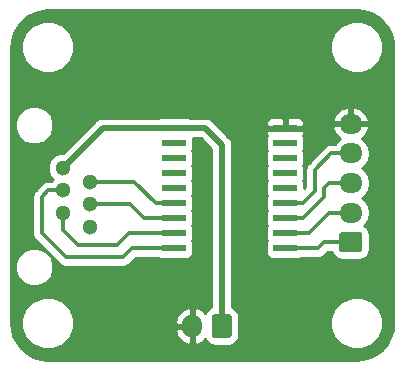
<source format=gbr>
G04 #@! TF.GenerationSoftware,KiCad,Pcbnew,(5.0.1)-3*
G04 #@! TF.CreationDate,2019-09-14T23:59:44-04:00*
G04 #@! TF.ProjectId,jebaoDosingAdapter,6A6562616F446F73696E674164617074,rev?*
G04 #@! TF.SameCoordinates,PX46492a0PY53724e0*
G04 #@! TF.FileFunction,Copper,L1,Top,Signal*
G04 #@! TF.FilePolarity,Positive*
%FSLAX46Y46*%
G04 Gerber Fmt 4.6, Leading zero omitted, Abs format (unit mm)*
G04 Created by KiCad (PCBNEW (5.0.1)-3) date 9/14/2019 11:59:44 PM*
%MOMM*%
%LPD*%
G01*
G04 APERTURE LIST*
G04 #@! TA.AperFunction,ComponentPad*
%ADD10C,1.300000*%
G04 #@! TD*
G04 #@! TA.AperFunction,SMDPad,CuDef*
%ADD11R,2.000000X0.600000*%
G04 #@! TD*
G04 #@! TA.AperFunction,Conductor*
%ADD12C,0.100000*%
G04 #@! TD*
G04 #@! TA.AperFunction,ComponentPad*
%ADD13C,1.700000*%
G04 #@! TD*
G04 #@! TA.AperFunction,ComponentPad*
%ADD14O,1.950000X1.700000*%
G04 #@! TD*
G04 #@! TA.AperFunction,ComponentPad*
%ADD15O,1.700000X2.000000*%
G04 #@! TD*
G04 #@! TA.AperFunction,Conductor*
%ADD16C,0.350000*%
G04 #@! TD*
G04 #@! TA.AperFunction,Conductor*
%ADD17C,0.500000*%
G04 #@! TD*
G04 #@! TA.AperFunction,Conductor*
%ADD18C,0.254000*%
G04 #@! TD*
G04 APERTURE END LIST*
D10*
G04 #@! TO.P,J3,1*
G04 #@! TO.N,+12V*
X11160000Y12872000D03*
G04 #@! TO.P,J3,2*
G04 #@! TO.N,/O2*
X8860000Y14022000D03*
G04 #@! TO.P,J3,3*
G04 #@! TO.N,/O3*
X11160000Y14772000D03*
G04 #@! TO.P,J3,4*
G04 #@! TO.N,/O1*
X8860000Y15922000D03*
G04 #@! TO.P,J3,5*
G04 #@! TO.N,/O4*
X11160000Y16672000D03*
G04 #@! TO.P,J3,6*
G04 #@! TO.N,+12V*
X8860000Y17822000D03*
G04 #@! TD*
D11*
G04 #@! TO.P,U1,1*
G04 #@! TO.N,Net-(J1-Pad1)*
X27670000Y11050000D03*
G04 #@! TO.P,U1,2*
G04 #@! TO.N,Net-(J1-Pad2)*
X27670000Y12320000D03*
G04 #@! TO.P,U1,3*
G04 #@! TO.N,Net-(J1-Pad3)*
X27670000Y13590000D03*
G04 #@! TO.P,U1,4*
G04 #@! TO.N,Net-(J1-Pad4)*
X27670000Y14860000D03*
G04 #@! TO.P,U1,5*
G04 #@! TO.N,Net-(U1-Pad5)*
X27670000Y16130000D03*
G04 #@! TO.P,U1,6*
G04 #@! TO.N,Net-(U1-Pad6)*
X27670000Y17400000D03*
G04 #@! TO.P,U1,7*
G04 #@! TO.N,Net-(U1-Pad7)*
X27670000Y18670000D03*
G04 #@! TO.P,U1,8*
G04 #@! TO.N,Net-(U1-Pad8)*
X27670000Y19940000D03*
G04 #@! TO.P,U1,9*
G04 #@! TO.N,GND*
X27670000Y21210000D03*
G04 #@! TO.P,U1,10*
G04 #@! TO.N,+12V*
X18270000Y21210000D03*
G04 #@! TO.P,U1,11*
G04 #@! TO.N,Net-(U1-Pad11)*
X18270000Y19940000D03*
G04 #@! TO.P,U1,12*
G04 #@! TO.N,Net-(U1-Pad12)*
X18270000Y18670000D03*
G04 #@! TO.P,U1,13*
G04 #@! TO.N,Net-(U1-Pad13)*
X18270000Y17400000D03*
G04 #@! TO.P,U1,14*
G04 #@! TO.N,Net-(U1-Pad14)*
X18270000Y16130000D03*
G04 #@! TO.P,U1,15*
G04 #@! TO.N,/O4*
X18270000Y14860000D03*
G04 #@! TO.P,U1,16*
G04 #@! TO.N,/O3*
X18270000Y13590000D03*
G04 #@! TO.P,U1,17*
G04 #@! TO.N,/O2*
X18270000Y12320000D03*
G04 #@! TO.P,U1,18*
G04 #@! TO.N,/O1*
X18270000Y11050000D03*
G04 #@! TD*
D12*
G04 #@! TO.N,Net-(J1-Pad1)*
G04 #@! TO.C,J1*
G36*
X33983504Y12402796D02*
X34007773Y12399196D01*
X34031571Y12393235D01*
X34054671Y12384970D01*
X34076849Y12374480D01*
X34097893Y12361867D01*
X34117598Y12347253D01*
X34135777Y12330777D01*
X34152253Y12312598D01*
X34166867Y12292893D01*
X34179480Y12271849D01*
X34189970Y12249671D01*
X34198235Y12226571D01*
X34204196Y12202773D01*
X34207796Y12178504D01*
X34209000Y12154000D01*
X34209000Y10954000D01*
X34207796Y10929496D01*
X34204196Y10905227D01*
X34198235Y10881429D01*
X34189970Y10858329D01*
X34179480Y10836151D01*
X34166867Y10815107D01*
X34152253Y10795402D01*
X34135777Y10777223D01*
X34117598Y10760747D01*
X34097893Y10746133D01*
X34076849Y10733520D01*
X34054671Y10723030D01*
X34031571Y10714765D01*
X34007773Y10708804D01*
X33983504Y10705204D01*
X33959000Y10704000D01*
X32509000Y10704000D01*
X32484496Y10705204D01*
X32460227Y10708804D01*
X32436429Y10714765D01*
X32413329Y10723030D01*
X32391151Y10733520D01*
X32370107Y10746133D01*
X32350402Y10760747D01*
X32332223Y10777223D01*
X32315747Y10795402D01*
X32301133Y10815107D01*
X32288520Y10836151D01*
X32278030Y10858329D01*
X32269765Y10881429D01*
X32263804Y10905227D01*
X32260204Y10929496D01*
X32259000Y10954000D01*
X32259000Y12154000D01*
X32260204Y12178504D01*
X32263804Y12202773D01*
X32269765Y12226571D01*
X32278030Y12249671D01*
X32288520Y12271849D01*
X32301133Y12292893D01*
X32315747Y12312598D01*
X32332223Y12330777D01*
X32350402Y12347253D01*
X32370107Y12361867D01*
X32391151Y12374480D01*
X32413329Y12384970D01*
X32436429Y12393235D01*
X32460227Y12399196D01*
X32484496Y12402796D01*
X32509000Y12404000D01*
X33959000Y12404000D01*
X33983504Y12402796D01*
X33983504Y12402796D01*
G37*
D13*
G04 #@! TD*
G04 #@! TO.P,J1,1*
G04 #@! TO.N,Net-(J1-Pad1)*
X33234000Y11554000D03*
D14*
G04 #@! TO.P,J1,2*
G04 #@! TO.N,Net-(J1-Pad2)*
X33234000Y14054000D03*
G04 #@! TO.P,J1,3*
G04 #@! TO.N,Net-(J1-Pad3)*
X33234000Y16554000D03*
G04 #@! TO.P,J1,4*
G04 #@! TO.N,Net-(J1-Pad4)*
X33234000Y19054000D03*
G04 #@! TO.P,J1,5*
G04 #@! TO.N,GND*
X33234000Y21554000D03*
G04 #@! TD*
D12*
G04 #@! TO.N,+12V*
G04 #@! TO.C,J2*
G36*
X22936504Y5440796D02*
X22960773Y5437196D01*
X22984571Y5431235D01*
X23007671Y5422970D01*
X23029849Y5412480D01*
X23050893Y5399867D01*
X23070598Y5385253D01*
X23088777Y5368777D01*
X23105253Y5350598D01*
X23119867Y5330893D01*
X23132480Y5309849D01*
X23142970Y5287671D01*
X23151235Y5264571D01*
X23157196Y5240773D01*
X23160796Y5216504D01*
X23162000Y5192000D01*
X23162000Y3692000D01*
X23160796Y3667496D01*
X23157196Y3643227D01*
X23151235Y3619429D01*
X23142970Y3596329D01*
X23132480Y3574151D01*
X23119867Y3553107D01*
X23105253Y3533402D01*
X23088777Y3515223D01*
X23070598Y3498747D01*
X23050893Y3484133D01*
X23029849Y3471520D01*
X23007671Y3461030D01*
X22984571Y3452765D01*
X22960773Y3446804D01*
X22936504Y3443204D01*
X22912000Y3442000D01*
X21712000Y3442000D01*
X21687496Y3443204D01*
X21663227Y3446804D01*
X21639429Y3452765D01*
X21616329Y3461030D01*
X21594151Y3471520D01*
X21573107Y3484133D01*
X21553402Y3498747D01*
X21535223Y3515223D01*
X21518747Y3533402D01*
X21504133Y3553107D01*
X21491520Y3574151D01*
X21481030Y3596329D01*
X21472765Y3619429D01*
X21466804Y3643227D01*
X21463204Y3667496D01*
X21462000Y3692000D01*
X21462000Y5192000D01*
X21463204Y5216504D01*
X21466804Y5240773D01*
X21472765Y5264571D01*
X21481030Y5287671D01*
X21491520Y5309849D01*
X21504133Y5330893D01*
X21518747Y5350598D01*
X21535223Y5368777D01*
X21553402Y5385253D01*
X21573107Y5399867D01*
X21594151Y5412480D01*
X21616329Y5422970D01*
X21639429Y5431235D01*
X21663227Y5437196D01*
X21687496Y5440796D01*
X21712000Y5442000D01*
X22912000Y5442000D01*
X22936504Y5440796D01*
X22936504Y5440796D01*
G37*
D13*
G04 #@! TD*
G04 #@! TO.P,J2,1*
G04 #@! TO.N,+12V*
X22312000Y4442000D03*
D15*
G04 #@! TO.P,J2,2*
G04 #@! TO.N,GND*
X19812000Y4442000D03*
G04 #@! TD*
D16*
G04 #@! TO.N,Net-(J1-Pad1)*
X27670000Y11050000D02*
X30444000Y11050000D01*
X30948000Y11554000D02*
X33234000Y11554000D01*
X30444000Y11050000D02*
X30948000Y11554000D01*
G04 #@! TO.N,Net-(J1-Pad2)*
X27670000Y12320000D02*
X29682000Y12320000D01*
X31416000Y14054000D02*
X33234000Y14054000D01*
X29682000Y12320000D02*
X31416000Y14054000D01*
G04 #@! TO.N,Net-(J1-Pad3)*
X27670000Y13590000D02*
X29174000Y13590000D01*
X29174000Y13590000D02*
X30948000Y15364000D01*
X33234000Y16554000D02*
X31376000Y16554000D01*
X30948000Y16126000D02*
X30948000Y15364000D01*
X31376000Y16554000D02*
X30948000Y16126000D01*
G04 #@! TO.N,Net-(J1-Pad4)*
X27670000Y14860000D02*
X29174000Y14860000D01*
X29174000Y14860000D02*
X30186000Y15872000D01*
X30186000Y15872000D02*
X30186000Y17650000D01*
X31590000Y19054000D02*
X33234000Y19054000D01*
X30186000Y17650000D02*
X31590000Y19054000D01*
D17*
G04 #@! TO.N,+12V*
X18270000Y21210000D02*
X20880000Y21210000D01*
X17570000Y21210000D02*
X18270000Y21210000D01*
X17557937Y21197937D02*
X17570000Y21210000D01*
X8860000Y17822000D02*
X8932000Y17822000D01*
X12248000Y21210000D02*
X8860000Y17822000D01*
X18270000Y21210000D02*
X12248000Y21210000D01*
X22312000Y19778000D02*
X20880000Y21210000D01*
X22312000Y4442000D02*
X22312000Y19778000D01*
D16*
G04 #@! TO.N,/O1*
X18270000Y11050000D02*
X14696000Y11050000D01*
X14696000Y11050000D02*
X13930000Y10284000D01*
X13930000Y10284000D02*
X9104000Y10284000D01*
X9104000Y10284000D02*
X7072000Y12316000D01*
X7072000Y12316000D02*
X7072000Y15364000D01*
G04 #@! TO.N,/O2*
X18270000Y12320000D02*
X14442000Y12320000D01*
X14442000Y12320000D02*
X13422000Y11300000D01*
X13422000Y11300000D02*
X10120000Y11300000D01*
X10120000Y11300000D02*
X8850000Y12570000D01*
X8860000Y12580000D02*
X8850000Y12570000D01*
X8860000Y14022000D02*
X8860000Y12580000D01*
G04 #@! TO.N,/O3*
X18270000Y13590000D02*
X15704000Y13590000D01*
X11160000Y14772000D02*
X14522000Y14772000D01*
X14522000Y14772000D02*
X15704000Y13590000D01*
G04 #@! TO.N,/O1*
X7630000Y15922000D02*
X7072000Y15364000D01*
X8860000Y15922000D02*
X7630000Y15922000D01*
G04 #@! TO.N,/O4*
X18270000Y14860000D02*
X16720000Y14860000D01*
X14908000Y16672000D02*
X16720000Y14860000D01*
X11160000Y16672000D02*
X14908000Y16672000D01*
G04 #@! TD*
D18*
G04 #@! TO.N,GND*
G36*
X34364604Y31097105D02*
X34961782Y30909961D01*
X35509124Y30606564D01*
X35984289Y30199299D01*
X36367852Y29704812D01*
X36644150Y29143300D01*
X36804104Y28529226D01*
X36842001Y28036717D01*
X36842000Y4731964D01*
X36775105Y4073396D01*
X36587961Y3476218D01*
X36284563Y2928875D01*
X35877299Y2453711D01*
X35382812Y2070148D01*
X34821304Y1793852D01*
X34207227Y1633896D01*
X33714730Y1596000D01*
X7615964Y1596000D01*
X6957396Y1662895D01*
X6360218Y1850039D01*
X5812875Y2153437D01*
X5337711Y2560701D01*
X4954148Y3055188D01*
X4677852Y3616696D01*
X4517896Y4230773D01*
X4480000Y4723270D01*
X4480000Y5140569D01*
X5345000Y5140569D01*
X5345000Y4251431D01*
X5685259Y3429974D01*
X6313974Y2801259D01*
X7135431Y2461000D01*
X8024569Y2461000D01*
X8846026Y2801259D01*
X9474741Y3429974D01*
X9744926Y4082258D01*
X18340716Y4082258D01*
X18532976Y3535188D01*
X18919955Y3103336D01*
X19442740Y2852447D01*
X19455110Y2850524D01*
X19685000Y2971845D01*
X19685000Y4315000D01*
X18484769Y4315000D01*
X18340716Y4082258D01*
X9744926Y4082258D01*
X9815000Y4251431D01*
X9815000Y4801742D01*
X18340716Y4801742D01*
X18484769Y4569000D01*
X19685000Y4569000D01*
X19685000Y5912155D01*
X19455110Y6033476D01*
X19442740Y6031553D01*
X18919955Y5780664D01*
X18532976Y5348812D01*
X18340716Y4801742D01*
X9815000Y4801742D01*
X9815000Y5140569D01*
X9474741Y5962026D01*
X8846026Y6590741D01*
X8024569Y6931000D01*
X7135431Y6931000D01*
X6313974Y6590741D01*
X5685259Y5962026D01*
X5345000Y5140569D01*
X4480000Y5140569D01*
X4480000Y9777222D01*
X4795000Y9777222D01*
X4795000Y9126778D01*
X5043914Y8525847D01*
X5503847Y8065914D01*
X6104778Y7817000D01*
X6755222Y7817000D01*
X7356153Y8065914D01*
X7816086Y8525847D01*
X8065000Y9126778D01*
X8065000Y9777222D01*
X7816086Y10378153D01*
X7356153Y10838086D01*
X6755222Y11087000D01*
X6104778Y11087000D01*
X5503847Y10838086D01*
X5043914Y10378153D01*
X4795000Y9777222D01*
X4480000Y9777222D01*
X4480000Y15364000D01*
X6246132Y15364000D01*
X6262001Y15284222D01*
X6262000Y12395773D01*
X6246132Y12316000D01*
X6262000Y12236227D01*
X6308997Y11999955D01*
X6488023Y11732023D01*
X6555656Y11686832D01*
X8474834Y9767653D01*
X8520023Y9700023D01*
X8787954Y9520997D01*
X9024226Y9474000D01*
X9024227Y9474000D01*
X9104000Y9458132D01*
X9183773Y9474000D01*
X13850227Y9474000D01*
X13930000Y9458132D01*
X14009773Y9474000D01*
X14009774Y9474000D01*
X14246046Y9520997D01*
X14513977Y9700023D01*
X14559168Y9767656D01*
X15031513Y10240000D01*
X16890300Y10240000D01*
X17022235Y10151843D01*
X17270000Y10102560D01*
X19270000Y10102560D01*
X19517765Y10151843D01*
X19727809Y10292191D01*
X19868157Y10502235D01*
X19917440Y10750000D01*
X19917440Y11350000D01*
X19868157Y11597765D01*
X19809868Y11685000D01*
X19868157Y11772235D01*
X19917440Y12020000D01*
X19917440Y12620000D01*
X19868157Y12867765D01*
X19809868Y12955000D01*
X19868157Y13042235D01*
X19917440Y13290000D01*
X19917440Y13890000D01*
X19868157Y14137765D01*
X19809868Y14225000D01*
X19868157Y14312235D01*
X19917440Y14560000D01*
X19917440Y15160000D01*
X19868157Y15407765D01*
X19809868Y15495000D01*
X19868157Y15582235D01*
X19917440Y15830000D01*
X19917440Y16430000D01*
X19868157Y16677765D01*
X19809868Y16765000D01*
X19868157Y16852235D01*
X19917440Y17100000D01*
X19917440Y17700000D01*
X19868157Y17947765D01*
X19809868Y18035000D01*
X19868157Y18122235D01*
X19917440Y18370000D01*
X19917440Y18970000D01*
X19868157Y19217765D01*
X19809868Y19305000D01*
X19868157Y19392235D01*
X19917440Y19640000D01*
X19917440Y20240000D01*
X19900533Y20325000D01*
X20513422Y20325000D01*
X21427001Y19411420D01*
X21427000Y6032750D01*
X21368565Y6021126D01*
X21077414Y5826586D01*
X20900352Y5561593D01*
X20704045Y5780664D01*
X20181260Y6031553D01*
X20168890Y6033476D01*
X19939000Y5912155D01*
X19939000Y4569000D01*
X19959000Y4569000D01*
X19959000Y4315000D01*
X19939000Y4315000D01*
X19939000Y2971845D01*
X20168890Y2850524D01*
X20181260Y2852447D01*
X20704045Y3103336D01*
X20900352Y3322407D01*
X21077414Y3057414D01*
X21368565Y2862874D01*
X21712000Y2794560D01*
X22912000Y2794560D01*
X23255435Y2862874D01*
X23546586Y3057414D01*
X23741126Y3348565D01*
X23809440Y3692000D01*
X23809440Y5140569D01*
X31507000Y5140569D01*
X31507000Y4251431D01*
X31847259Y3429974D01*
X32475974Y2801259D01*
X33297431Y2461000D01*
X34186569Y2461000D01*
X35008026Y2801259D01*
X35636741Y3429974D01*
X35977000Y4251431D01*
X35977000Y5140569D01*
X35636741Y5962026D01*
X35008026Y6590741D01*
X34186569Y6931000D01*
X33297431Y6931000D01*
X32475974Y6590741D01*
X31847259Y5962026D01*
X31507000Y5140569D01*
X23809440Y5140569D01*
X23809440Y5192000D01*
X23741126Y5535435D01*
X23546586Y5826586D01*
X23255435Y6021126D01*
X23197000Y6032750D01*
X23197000Y19690839D01*
X23214337Y19778000D01*
X23197000Y19865161D01*
X23197000Y19865165D01*
X23145652Y20123310D01*
X23067683Y20240000D01*
X26022560Y20240000D01*
X26022560Y19640000D01*
X26071843Y19392235D01*
X26130132Y19305000D01*
X26071843Y19217765D01*
X26022560Y18970000D01*
X26022560Y18370000D01*
X26071843Y18122235D01*
X26130132Y18035000D01*
X26071843Y17947765D01*
X26022560Y17700000D01*
X26022560Y17100000D01*
X26071843Y16852235D01*
X26130132Y16765000D01*
X26071843Y16677765D01*
X26022560Y16430000D01*
X26022560Y15830000D01*
X26071843Y15582235D01*
X26130132Y15495000D01*
X26071843Y15407765D01*
X26022560Y15160000D01*
X26022560Y14560000D01*
X26071843Y14312235D01*
X26130132Y14225000D01*
X26071843Y14137765D01*
X26022560Y13890000D01*
X26022560Y13290000D01*
X26071843Y13042235D01*
X26130132Y12955000D01*
X26071843Y12867765D01*
X26022560Y12620000D01*
X26022560Y12020000D01*
X26071843Y11772235D01*
X26130132Y11685000D01*
X26071843Y11597765D01*
X26022560Y11350000D01*
X26022560Y10750000D01*
X26071843Y10502235D01*
X26212191Y10292191D01*
X26422235Y10151843D01*
X26670000Y10102560D01*
X28670000Y10102560D01*
X28917765Y10151843D01*
X29049700Y10240000D01*
X30364227Y10240000D01*
X30444000Y10224132D01*
X30523773Y10240000D01*
X30523774Y10240000D01*
X30760046Y10286997D01*
X31027977Y10466023D01*
X31073168Y10533656D01*
X31283512Y10744000D01*
X31653332Y10744000D01*
X31679874Y10610565D01*
X31874414Y10319414D01*
X32165565Y10124874D01*
X32509000Y10056560D01*
X33959000Y10056560D01*
X34302435Y10124874D01*
X34593586Y10319414D01*
X34788126Y10610565D01*
X34856440Y10954000D01*
X34856440Y12154000D01*
X34788126Y12497435D01*
X34593586Y12788586D01*
X34365844Y12940758D01*
X34429625Y12983375D01*
X34757839Y13474582D01*
X34873092Y14054000D01*
X34757839Y14633418D01*
X34429625Y15124625D01*
X34161171Y15304000D01*
X34429625Y15483375D01*
X34757839Y15974582D01*
X34873092Y16554000D01*
X34757839Y17133418D01*
X34429625Y17624625D01*
X34161171Y17804000D01*
X34429625Y17983375D01*
X34757839Y18474582D01*
X34873092Y19054000D01*
X34757839Y19633418D01*
X34429625Y20124625D01*
X34156313Y20307246D01*
X34561497Y20682807D01*
X34800476Y21197110D01*
X34679155Y21427000D01*
X33361000Y21427000D01*
X33361000Y21407000D01*
X33107000Y21407000D01*
X33107000Y21427000D01*
X31788845Y21427000D01*
X31667524Y21197110D01*
X31906503Y20682807D01*
X32311687Y20307246D01*
X32038375Y20124625D01*
X31864231Y19864000D01*
X31669773Y19864000D01*
X31590000Y19879868D01*
X31510227Y19864000D01*
X31510226Y19864000D01*
X31273954Y19817003D01*
X31006023Y19637977D01*
X30960834Y19570347D01*
X29669654Y18279166D01*
X29602024Y18233977D01*
X29556835Y18166347D01*
X29422998Y17966046D01*
X29360132Y17650000D01*
X29376001Y17570222D01*
X29376000Y16207513D01*
X29317440Y16148953D01*
X29317440Y16430000D01*
X29268157Y16677765D01*
X29209868Y16765000D01*
X29268157Y16852235D01*
X29317440Y17100000D01*
X29317440Y17700000D01*
X29268157Y17947765D01*
X29209868Y18035000D01*
X29268157Y18122235D01*
X29317440Y18370000D01*
X29317440Y18970000D01*
X29268157Y19217765D01*
X29209868Y19305000D01*
X29268157Y19392235D01*
X29317440Y19640000D01*
X29317440Y20240000D01*
X29268157Y20487765D01*
X29215232Y20566972D01*
X29305000Y20783690D01*
X29305000Y20924250D01*
X29146250Y21083000D01*
X27797000Y21083000D01*
X27797000Y21063000D01*
X27543000Y21063000D01*
X27543000Y21083000D01*
X26193750Y21083000D01*
X26035000Y20924250D01*
X26035000Y20783690D01*
X26124768Y20566972D01*
X26071843Y20487765D01*
X26022560Y20240000D01*
X23067683Y20240000D01*
X23052608Y20262560D01*
X22999424Y20342155D01*
X22999423Y20342156D01*
X22950049Y20416049D01*
X22876156Y20465423D01*
X21705269Y21636310D01*
X26035000Y21636310D01*
X26035000Y21495750D01*
X26193750Y21337000D01*
X27543000Y21337000D01*
X27543000Y21986250D01*
X27797000Y21986250D01*
X27797000Y21337000D01*
X29146250Y21337000D01*
X29305000Y21495750D01*
X29305000Y21636310D01*
X29208327Y21869699D01*
X29167136Y21910890D01*
X31667524Y21910890D01*
X31788845Y21681000D01*
X33107000Y21681000D01*
X33107000Y22880165D01*
X33361000Y22880165D01*
X33361000Y21681000D01*
X34679155Y21681000D01*
X34800476Y21910890D01*
X34561497Y22425193D01*
X34136571Y22819053D01*
X33593267Y23020320D01*
X33361000Y22880165D01*
X33107000Y22880165D01*
X32874733Y23020320D01*
X32331429Y22819053D01*
X31906503Y22425193D01*
X31667524Y21910890D01*
X29167136Y21910890D01*
X29029698Y22048327D01*
X28796309Y22145000D01*
X27955750Y22145000D01*
X27797000Y21986250D01*
X27543000Y21986250D01*
X27384250Y22145000D01*
X26543691Y22145000D01*
X26310302Y22048327D01*
X26131673Y21869699D01*
X26035000Y21636310D01*
X21705269Y21636310D01*
X21567425Y21774153D01*
X21518049Y21848049D01*
X21225310Y22043652D01*
X20967165Y22095000D01*
X20967161Y22095000D01*
X20880000Y22112337D01*
X20792839Y22095000D01*
X19537456Y22095000D01*
X19517765Y22108157D01*
X19270000Y22157440D01*
X17270000Y22157440D01*
X17022235Y22108157D01*
X17002544Y22095000D01*
X12335161Y22095000D01*
X12248000Y22112337D01*
X12160839Y22095000D01*
X12160835Y22095000D01*
X11926193Y22048327D01*
X11902690Y22043652D01*
X11683845Y21897424D01*
X11683844Y21897423D01*
X11609951Y21848049D01*
X11560577Y21774156D01*
X8893422Y19107000D01*
X8604398Y19107000D01*
X8132106Y18911371D01*
X7770629Y18549894D01*
X7575000Y18077602D01*
X7575000Y17566398D01*
X7770629Y17094106D01*
X7992735Y16872000D01*
X7852735Y16732000D01*
X7709772Y16732000D01*
X7629999Y16747868D01*
X7550226Y16732000D01*
X7313954Y16685003D01*
X7046023Y16505977D01*
X7000834Y16438347D01*
X6555653Y15993166D01*
X6488024Y15947977D01*
X6442835Y15880347D01*
X6308998Y15680046D01*
X6246132Y15364000D01*
X4480000Y15364000D01*
X4480000Y21777222D01*
X4795000Y21777222D01*
X4795000Y21126778D01*
X5043914Y20525847D01*
X5503847Y20065914D01*
X6104778Y19817000D01*
X6755222Y19817000D01*
X7356153Y20065914D01*
X7816086Y20525847D01*
X8065000Y21126778D01*
X8065000Y21777222D01*
X7816086Y22378153D01*
X7356153Y22838086D01*
X6755222Y23087000D01*
X6104778Y23087000D01*
X5503847Y22838086D01*
X5043914Y22378153D01*
X4795000Y21777222D01*
X4480000Y21777222D01*
X4480000Y28028036D01*
X4528810Y28508569D01*
X5345000Y28508569D01*
X5345000Y27619431D01*
X5685259Y26797974D01*
X6313974Y26169259D01*
X7135431Y25829000D01*
X8024569Y25829000D01*
X8846026Y26169259D01*
X9474741Y26797974D01*
X9815000Y27619431D01*
X9815000Y28508569D01*
X31507000Y28508569D01*
X31507000Y27619431D01*
X31847259Y26797974D01*
X32475974Y26169259D01*
X33297431Y25829000D01*
X34186569Y25829000D01*
X35008026Y26169259D01*
X35636741Y26797974D01*
X35977000Y27619431D01*
X35977000Y28508569D01*
X35636741Y29330026D01*
X35008026Y29958741D01*
X34186569Y30299000D01*
X33297431Y30299000D01*
X32475974Y29958741D01*
X31847259Y29330026D01*
X31507000Y28508569D01*
X9815000Y28508569D01*
X9474741Y29330026D01*
X8846026Y29958741D01*
X8024569Y30299000D01*
X7135431Y30299000D01*
X6313974Y29958741D01*
X5685259Y29330026D01*
X5345000Y28508569D01*
X4528810Y28508569D01*
X4546895Y28686604D01*
X4734039Y29283782D01*
X5037436Y29831124D01*
X5444701Y30306289D01*
X5939188Y30689852D01*
X6500700Y30966150D01*
X7114774Y31126104D01*
X7607270Y31164000D01*
X33706036Y31164000D01*
X34364604Y31097105D01*
X34364604Y31097105D01*
G37*
X34364604Y31097105D02*
X34961782Y30909961D01*
X35509124Y30606564D01*
X35984289Y30199299D01*
X36367852Y29704812D01*
X36644150Y29143300D01*
X36804104Y28529226D01*
X36842001Y28036717D01*
X36842000Y4731964D01*
X36775105Y4073396D01*
X36587961Y3476218D01*
X36284563Y2928875D01*
X35877299Y2453711D01*
X35382812Y2070148D01*
X34821304Y1793852D01*
X34207227Y1633896D01*
X33714730Y1596000D01*
X7615964Y1596000D01*
X6957396Y1662895D01*
X6360218Y1850039D01*
X5812875Y2153437D01*
X5337711Y2560701D01*
X4954148Y3055188D01*
X4677852Y3616696D01*
X4517896Y4230773D01*
X4480000Y4723270D01*
X4480000Y5140569D01*
X5345000Y5140569D01*
X5345000Y4251431D01*
X5685259Y3429974D01*
X6313974Y2801259D01*
X7135431Y2461000D01*
X8024569Y2461000D01*
X8846026Y2801259D01*
X9474741Y3429974D01*
X9744926Y4082258D01*
X18340716Y4082258D01*
X18532976Y3535188D01*
X18919955Y3103336D01*
X19442740Y2852447D01*
X19455110Y2850524D01*
X19685000Y2971845D01*
X19685000Y4315000D01*
X18484769Y4315000D01*
X18340716Y4082258D01*
X9744926Y4082258D01*
X9815000Y4251431D01*
X9815000Y4801742D01*
X18340716Y4801742D01*
X18484769Y4569000D01*
X19685000Y4569000D01*
X19685000Y5912155D01*
X19455110Y6033476D01*
X19442740Y6031553D01*
X18919955Y5780664D01*
X18532976Y5348812D01*
X18340716Y4801742D01*
X9815000Y4801742D01*
X9815000Y5140569D01*
X9474741Y5962026D01*
X8846026Y6590741D01*
X8024569Y6931000D01*
X7135431Y6931000D01*
X6313974Y6590741D01*
X5685259Y5962026D01*
X5345000Y5140569D01*
X4480000Y5140569D01*
X4480000Y9777222D01*
X4795000Y9777222D01*
X4795000Y9126778D01*
X5043914Y8525847D01*
X5503847Y8065914D01*
X6104778Y7817000D01*
X6755222Y7817000D01*
X7356153Y8065914D01*
X7816086Y8525847D01*
X8065000Y9126778D01*
X8065000Y9777222D01*
X7816086Y10378153D01*
X7356153Y10838086D01*
X6755222Y11087000D01*
X6104778Y11087000D01*
X5503847Y10838086D01*
X5043914Y10378153D01*
X4795000Y9777222D01*
X4480000Y9777222D01*
X4480000Y15364000D01*
X6246132Y15364000D01*
X6262001Y15284222D01*
X6262000Y12395773D01*
X6246132Y12316000D01*
X6262000Y12236227D01*
X6308997Y11999955D01*
X6488023Y11732023D01*
X6555656Y11686832D01*
X8474834Y9767653D01*
X8520023Y9700023D01*
X8787954Y9520997D01*
X9024226Y9474000D01*
X9024227Y9474000D01*
X9104000Y9458132D01*
X9183773Y9474000D01*
X13850227Y9474000D01*
X13930000Y9458132D01*
X14009773Y9474000D01*
X14009774Y9474000D01*
X14246046Y9520997D01*
X14513977Y9700023D01*
X14559168Y9767656D01*
X15031513Y10240000D01*
X16890300Y10240000D01*
X17022235Y10151843D01*
X17270000Y10102560D01*
X19270000Y10102560D01*
X19517765Y10151843D01*
X19727809Y10292191D01*
X19868157Y10502235D01*
X19917440Y10750000D01*
X19917440Y11350000D01*
X19868157Y11597765D01*
X19809868Y11685000D01*
X19868157Y11772235D01*
X19917440Y12020000D01*
X19917440Y12620000D01*
X19868157Y12867765D01*
X19809868Y12955000D01*
X19868157Y13042235D01*
X19917440Y13290000D01*
X19917440Y13890000D01*
X19868157Y14137765D01*
X19809868Y14225000D01*
X19868157Y14312235D01*
X19917440Y14560000D01*
X19917440Y15160000D01*
X19868157Y15407765D01*
X19809868Y15495000D01*
X19868157Y15582235D01*
X19917440Y15830000D01*
X19917440Y16430000D01*
X19868157Y16677765D01*
X19809868Y16765000D01*
X19868157Y16852235D01*
X19917440Y17100000D01*
X19917440Y17700000D01*
X19868157Y17947765D01*
X19809868Y18035000D01*
X19868157Y18122235D01*
X19917440Y18370000D01*
X19917440Y18970000D01*
X19868157Y19217765D01*
X19809868Y19305000D01*
X19868157Y19392235D01*
X19917440Y19640000D01*
X19917440Y20240000D01*
X19900533Y20325000D01*
X20513422Y20325000D01*
X21427001Y19411420D01*
X21427000Y6032750D01*
X21368565Y6021126D01*
X21077414Y5826586D01*
X20900352Y5561593D01*
X20704045Y5780664D01*
X20181260Y6031553D01*
X20168890Y6033476D01*
X19939000Y5912155D01*
X19939000Y4569000D01*
X19959000Y4569000D01*
X19959000Y4315000D01*
X19939000Y4315000D01*
X19939000Y2971845D01*
X20168890Y2850524D01*
X20181260Y2852447D01*
X20704045Y3103336D01*
X20900352Y3322407D01*
X21077414Y3057414D01*
X21368565Y2862874D01*
X21712000Y2794560D01*
X22912000Y2794560D01*
X23255435Y2862874D01*
X23546586Y3057414D01*
X23741126Y3348565D01*
X23809440Y3692000D01*
X23809440Y5140569D01*
X31507000Y5140569D01*
X31507000Y4251431D01*
X31847259Y3429974D01*
X32475974Y2801259D01*
X33297431Y2461000D01*
X34186569Y2461000D01*
X35008026Y2801259D01*
X35636741Y3429974D01*
X35977000Y4251431D01*
X35977000Y5140569D01*
X35636741Y5962026D01*
X35008026Y6590741D01*
X34186569Y6931000D01*
X33297431Y6931000D01*
X32475974Y6590741D01*
X31847259Y5962026D01*
X31507000Y5140569D01*
X23809440Y5140569D01*
X23809440Y5192000D01*
X23741126Y5535435D01*
X23546586Y5826586D01*
X23255435Y6021126D01*
X23197000Y6032750D01*
X23197000Y19690839D01*
X23214337Y19778000D01*
X23197000Y19865161D01*
X23197000Y19865165D01*
X23145652Y20123310D01*
X23067683Y20240000D01*
X26022560Y20240000D01*
X26022560Y19640000D01*
X26071843Y19392235D01*
X26130132Y19305000D01*
X26071843Y19217765D01*
X26022560Y18970000D01*
X26022560Y18370000D01*
X26071843Y18122235D01*
X26130132Y18035000D01*
X26071843Y17947765D01*
X26022560Y17700000D01*
X26022560Y17100000D01*
X26071843Y16852235D01*
X26130132Y16765000D01*
X26071843Y16677765D01*
X26022560Y16430000D01*
X26022560Y15830000D01*
X26071843Y15582235D01*
X26130132Y15495000D01*
X26071843Y15407765D01*
X26022560Y15160000D01*
X26022560Y14560000D01*
X26071843Y14312235D01*
X26130132Y14225000D01*
X26071843Y14137765D01*
X26022560Y13890000D01*
X26022560Y13290000D01*
X26071843Y13042235D01*
X26130132Y12955000D01*
X26071843Y12867765D01*
X26022560Y12620000D01*
X26022560Y12020000D01*
X26071843Y11772235D01*
X26130132Y11685000D01*
X26071843Y11597765D01*
X26022560Y11350000D01*
X26022560Y10750000D01*
X26071843Y10502235D01*
X26212191Y10292191D01*
X26422235Y10151843D01*
X26670000Y10102560D01*
X28670000Y10102560D01*
X28917765Y10151843D01*
X29049700Y10240000D01*
X30364227Y10240000D01*
X30444000Y10224132D01*
X30523773Y10240000D01*
X30523774Y10240000D01*
X30760046Y10286997D01*
X31027977Y10466023D01*
X31073168Y10533656D01*
X31283512Y10744000D01*
X31653332Y10744000D01*
X31679874Y10610565D01*
X31874414Y10319414D01*
X32165565Y10124874D01*
X32509000Y10056560D01*
X33959000Y10056560D01*
X34302435Y10124874D01*
X34593586Y10319414D01*
X34788126Y10610565D01*
X34856440Y10954000D01*
X34856440Y12154000D01*
X34788126Y12497435D01*
X34593586Y12788586D01*
X34365844Y12940758D01*
X34429625Y12983375D01*
X34757839Y13474582D01*
X34873092Y14054000D01*
X34757839Y14633418D01*
X34429625Y15124625D01*
X34161171Y15304000D01*
X34429625Y15483375D01*
X34757839Y15974582D01*
X34873092Y16554000D01*
X34757839Y17133418D01*
X34429625Y17624625D01*
X34161171Y17804000D01*
X34429625Y17983375D01*
X34757839Y18474582D01*
X34873092Y19054000D01*
X34757839Y19633418D01*
X34429625Y20124625D01*
X34156313Y20307246D01*
X34561497Y20682807D01*
X34800476Y21197110D01*
X34679155Y21427000D01*
X33361000Y21427000D01*
X33361000Y21407000D01*
X33107000Y21407000D01*
X33107000Y21427000D01*
X31788845Y21427000D01*
X31667524Y21197110D01*
X31906503Y20682807D01*
X32311687Y20307246D01*
X32038375Y20124625D01*
X31864231Y19864000D01*
X31669773Y19864000D01*
X31590000Y19879868D01*
X31510227Y19864000D01*
X31510226Y19864000D01*
X31273954Y19817003D01*
X31006023Y19637977D01*
X30960834Y19570347D01*
X29669654Y18279166D01*
X29602024Y18233977D01*
X29556835Y18166347D01*
X29422998Y17966046D01*
X29360132Y17650000D01*
X29376001Y17570222D01*
X29376000Y16207513D01*
X29317440Y16148953D01*
X29317440Y16430000D01*
X29268157Y16677765D01*
X29209868Y16765000D01*
X29268157Y16852235D01*
X29317440Y17100000D01*
X29317440Y17700000D01*
X29268157Y17947765D01*
X29209868Y18035000D01*
X29268157Y18122235D01*
X29317440Y18370000D01*
X29317440Y18970000D01*
X29268157Y19217765D01*
X29209868Y19305000D01*
X29268157Y19392235D01*
X29317440Y19640000D01*
X29317440Y20240000D01*
X29268157Y20487765D01*
X29215232Y20566972D01*
X29305000Y20783690D01*
X29305000Y20924250D01*
X29146250Y21083000D01*
X27797000Y21083000D01*
X27797000Y21063000D01*
X27543000Y21063000D01*
X27543000Y21083000D01*
X26193750Y21083000D01*
X26035000Y20924250D01*
X26035000Y20783690D01*
X26124768Y20566972D01*
X26071843Y20487765D01*
X26022560Y20240000D01*
X23067683Y20240000D01*
X23052608Y20262560D01*
X22999424Y20342155D01*
X22999423Y20342156D01*
X22950049Y20416049D01*
X22876156Y20465423D01*
X21705269Y21636310D01*
X26035000Y21636310D01*
X26035000Y21495750D01*
X26193750Y21337000D01*
X27543000Y21337000D01*
X27543000Y21986250D01*
X27797000Y21986250D01*
X27797000Y21337000D01*
X29146250Y21337000D01*
X29305000Y21495750D01*
X29305000Y21636310D01*
X29208327Y21869699D01*
X29167136Y21910890D01*
X31667524Y21910890D01*
X31788845Y21681000D01*
X33107000Y21681000D01*
X33107000Y22880165D01*
X33361000Y22880165D01*
X33361000Y21681000D01*
X34679155Y21681000D01*
X34800476Y21910890D01*
X34561497Y22425193D01*
X34136571Y22819053D01*
X33593267Y23020320D01*
X33361000Y22880165D01*
X33107000Y22880165D01*
X32874733Y23020320D01*
X32331429Y22819053D01*
X31906503Y22425193D01*
X31667524Y21910890D01*
X29167136Y21910890D01*
X29029698Y22048327D01*
X28796309Y22145000D01*
X27955750Y22145000D01*
X27797000Y21986250D01*
X27543000Y21986250D01*
X27384250Y22145000D01*
X26543691Y22145000D01*
X26310302Y22048327D01*
X26131673Y21869699D01*
X26035000Y21636310D01*
X21705269Y21636310D01*
X21567425Y21774153D01*
X21518049Y21848049D01*
X21225310Y22043652D01*
X20967165Y22095000D01*
X20967161Y22095000D01*
X20880000Y22112337D01*
X20792839Y22095000D01*
X19537456Y22095000D01*
X19517765Y22108157D01*
X19270000Y22157440D01*
X17270000Y22157440D01*
X17022235Y22108157D01*
X17002544Y22095000D01*
X12335161Y22095000D01*
X12248000Y22112337D01*
X12160839Y22095000D01*
X12160835Y22095000D01*
X11926193Y22048327D01*
X11902690Y22043652D01*
X11683845Y21897424D01*
X11683844Y21897423D01*
X11609951Y21848049D01*
X11560577Y21774156D01*
X8893422Y19107000D01*
X8604398Y19107000D01*
X8132106Y18911371D01*
X7770629Y18549894D01*
X7575000Y18077602D01*
X7575000Y17566398D01*
X7770629Y17094106D01*
X7992735Y16872000D01*
X7852735Y16732000D01*
X7709772Y16732000D01*
X7629999Y16747868D01*
X7550226Y16732000D01*
X7313954Y16685003D01*
X7046023Y16505977D01*
X7000834Y16438347D01*
X6555653Y15993166D01*
X6488024Y15947977D01*
X6442835Y15880347D01*
X6308998Y15680046D01*
X6246132Y15364000D01*
X4480000Y15364000D01*
X4480000Y21777222D01*
X4795000Y21777222D01*
X4795000Y21126778D01*
X5043914Y20525847D01*
X5503847Y20065914D01*
X6104778Y19817000D01*
X6755222Y19817000D01*
X7356153Y20065914D01*
X7816086Y20525847D01*
X8065000Y21126778D01*
X8065000Y21777222D01*
X7816086Y22378153D01*
X7356153Y22838086D01*
X6755222Y23087000D01*
X6104778Y23087000D01*
X5503847Y22838086D01*
X5043914Y22378153D01*
X4795000Y21777222D01*
X4480000Y21777222D01*
X4480000Y28028036D01*
X4528810Y28508569D01*
X5345000Y28508569D01*
X5345000Y27619431D01*
X5685259Y26797974D01*
X6313974Y26169259D01*
X7135431Y25829000D01*
X8024569Y25829000D01*
X8846026Y26169259D01*
X9474741Y26797974D01*
X9815000Y27619431D01*
X9815000Y28508569D01*
X31507000Y28508569D01*
X31507000Y27619431D01*
X31847259Y26797974D01*
X32475974Y26169259D01*
X33297431Y25829000D01*
X34186569Y25829000D01*
X35008026Y26169259D01*
X35636741Y26797974D01*
X35977000Y27619431D01*
X35977000Y28508569D01*
X35636741Y29330026D01*
X35008026Y29958741D01*
X34186569Y30299000D01*
X33297431Y30299000D01*
X32475974Y29958741D01*
X31847259Y29330026D01*
X31507000Y28508569D01*
X9815000Y28508569D01*
X9474741Y29330026D01*
X8846026Y29958741D01*
X8024569Y30299000D01*
X7135431Y30299000D01*
X6313974Y29958741D01*
X5685259Y29330026D01*
X5345000Y28508569D01*
X4528810Y28508569D01*
X4546895Y28686604D01*
X4734039Y29283782D01*
X5037436Y29831124D01*
X5444701Y30306289D01*
X5939188Y30689852D01*
X6500700Y30966150D01*
X7114774Y31126104D01*
X7607270Y31164000D01*
X33706036Y31164000D01*
X34364604Y31097105D01*
G04 #@! TD*
M02*

</source>
